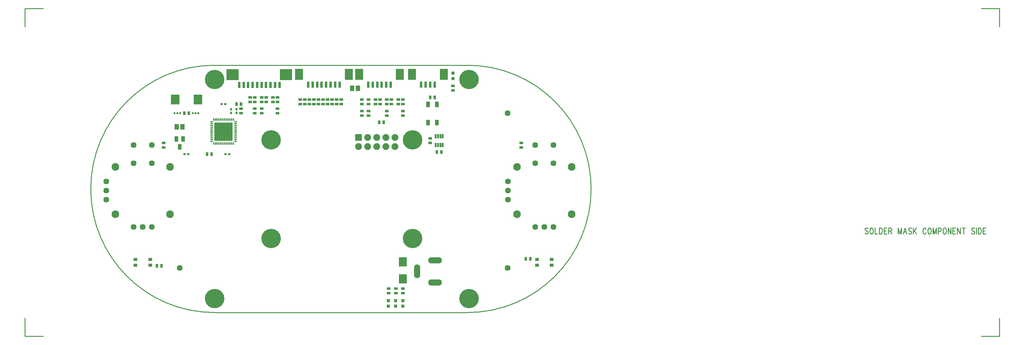
<source format=gbr>
*
*
G04 PADS 9.4.1 Build Number: 494907 generated Gerber (RS-274-X) file*
G04 PC Version=2.1*
*
%IN "JOG.pcb"*%
*
%MOIN*%
*
%FSLAX35Y35*%
*
*
*
*
G04 PC Standard Apertures*
*
*
G04 Thermal Relief Aperture macro.*
%AMTER*
1,1,$1,0,0*
1,0,$1-$2,0,0*
21,0,$3,$4,0,0,45*
21,0,$3,$4,0,0,135*
%
*
*
G04 Annular Aperture macro.*
%AMANN*
1,1,$1,0,0*
1,0,$2,0,0*
%
*
*
G04 Odd Aperture macro.*
%AMODD*
1,1,$1,0,0*
1,0,$1-0.005,0,0*
%
*
*
G04 PC Custom Aperture Macros*
*
*
*
*
*
*
G04 PC Aperture Table*
*
%ADD010C,0.001*%
%ADD012C,0.01*%
%ADD065R,0.03894X0.02794*%
%ADD066R,0.02794X0.03894*%
%ADD067R,0.09794X0.10594*%
%ADD068R,0.04724X0.06102*%
%ADD069R,0.04331X0.05906*%
%ADD070R,0.08976X0.10315*%
%ADD071R,0.03594X0.03594*%
%ADD072R,0.04331X0.06299*%
%ADD073C,0.06394*%
%ADD074C,0.08394*%
%ADD075R,0.0315X0.06693*%
%ADD076R,0.08661X0.12205*%
%ADD077R,0.1378X0.12205*%
%ADD078O,0.15354X0.06693*%
%ADD079O,0.06693X0.15354*%
%ADD080R,0.02894X0.02394*%
%ADD081R,0.02394X0.02894*%
%ADD082R,0.04331X0.03543*%
%ADD083R,0.0748X0.0748*%
%ADD084C,0.0748*%
%ADD085C,0.2126*%
%ADD086R,0.0315X0.01575*%
%ADD087R,0.01575X0.0315*%
%ADD088R,0.20472X0.20472*%
%ADD089R,0.02165X0.04528*%
%ADD090R,0.02394X0.02394*%
*
*
*
*
G04 PC Circuitry*
G04 Layer Name JOG.pcb - circuitry*
%LPD*%
*
*
G04 PC Custom Flashes*
G04 Layer Name JOG.pcb - flashes*
%LPD*%
*
*
G04 PC Circuitry*
G04 Layer Name JOG.pcb - circuitry*
%LPD*%
*
G54D10*
G54D12*
G01X2390682Y1538125D02*
X2390227Y1538750D01*
X2389545Y1539063*
X2389545D02*
X2388636D01*
X2388636D02*
X2387955Y1538750D01*
X2387500Y1538125*
Y1537500*
X2387727Y1536875*
X2387955Y1536563*
X2387955D02*
X2388409Y1536250D01*
X2389773Y1535625*
X2390227Y1535313*
X2390227D02*
X2390455Y1535000D01*
X2390682Y1534375*
Y1533438*
X2390682D02*
X2390227Y1532813D01*
X2390227D02*
X2389545Y1532500D01*
X2388636*
X2387955Y1532813*
X2387955D02*
X2387500Y1533438D01*
X2394091Y1539063D02*
X2393636Y1538750D01*
X2393182Y1538125*
X2392955Y1537500*
X2392727Y1536563*
X2392727D02*
Y1535000D01*
X2392955Y1534063*
X2392955D02*
X2393182Y1533438D01*
X2393182D02*
X2393636Y1532813D01*
X2393636D02*
X2394091Y1532500D01*
X2395000*
X2395455Y1532813*
X2395455D02*
X2395909Y1533438D01*
X2395909D02*
X2396136Y1534063D01*
X2396136D02*
X2396364Y1535000D01*
Y1536563*
X2396364D02*
X2396136Y1537500D01*
X2395909Y1538125*
X2395455Y1538750*
X2395000Y1539063*
X2395000D02*
X2394091D01*
X2398409D02*
Y1532500D01*
X2401136*
X2403182Y1539063D02*
Y1532500D01*
Y1539063D02*
X2404773D01*
X2404773D02*
X2405455Y1538750D01*
X2405909Y1538125*
X2406136Y1537500*
X2406364Y1536563*
X2406364D02*
Y1535000D01*
X2406136Y1534063*
X2406136D02*
X2405909Y1533438D01*
X2405909D02*
X2405455Y1532813D01*
X2405455D02*
X2404773Y1532500D01*
X2403182*
X2408409Y1539063D02*
Y1532500D01*
Y1539063D02*
X2411364D01*
X2408409Y1535938D02*
X2410227D01*
X2408409Y1532500D02*
X2411364D01*
X2413409Y1539063D02*
Y1532500D01*
Y1539063D02*
X2415455D01*
X2415455D02*
X2416136Y1538750D01*
X2416364Y1538438*
X2416364D02*
X2416591Y1537813D01*
X2416591D02*
Y1537188D01*
X2416591D02*
X2416364Y1536563D01*
X2416364D02*
X2416136Y1536250D01*
X2415455Y1535938*
X2415455D02*
X2413409D01*
X2415000D02*
X2416591Y1532500D01*
X2423864Y1539063D02*
Y1532500D01*
Y1539063D02*
X2425682Y1532500D01*
X2427500Y1539063D02*
X2425682Y1532500D01*
X2427500Y1539063D02*
Y1532500D01*
X2431364Y1539063D02*
X2429545Y1532500D01*
X2431364Y1539063D02*
X2433182Y1532500D01*
X2430227Y1534688D02*
X2432500D01*
X2438409Y1538125D02*
X2437955Y1538750D01*
X2437273Y1539063*
X2437273D02*
X2436364D01*
X2436364D02*
X2435682Y1538750D01*
X2435227Y1538125*
Y1537500*
X2435455Y1536875*
X2435682Y1536563*
X2435682D02*
X2436136Y1536250D01*
X2437500Y1535625*
X2437955Y1535313*
X2437955D02*
X2438182Y1535000D01*
X2438409Y1534375*
Y1533438*
X2438409D02*
X2437955Y1532813D01*
X2437955D02*
X2437273Y1532500D01*
X2436364*
X2435682Y1532813*
X2435682D02*
X2435227Y1533438D01*
X2440455Y1539063D02*
Y1532500D01*
X2443636Y1539063D02*
X2440455Y1534688D01*
X2441591Y1536250D02*
X2443636Y1532500D01*
X2454318Y1537500D02*
X2454091Y1538125D01*
X2453636Y1538750*
X2453182Y1539063*
X2453182D02*
X2452273D01*
X2452273D02*
X2451818Y1538750D01*
X2451364Y1538125*
X2451136Y1537500*
X2450909Y1536563*
X2450909D02*
Y1535000D01*
X2451136Y1534063*
X2451136D02*
X2451364Y1533438D01*
X2451364D02*
X2451818Y1532813D01*
X2451818D02*
X2452273Y1532500D01*
X2453182*
X2453636Y1532813*
X2453636D02*
X2454091Y1533438D01*
X2454091D02*
X2454318Y1534063D01*
X2457727Y1539063D02*
X2457273Y1538750D01*
X2456818Y1538125*
X2456591Y1537500*
X2456364Y1536563*
X2456364D02*
Y1535000D01*
X2456591Y1534063*
X2456591D02*
X2456818Y1533438D01*
X2456818D02*
X2457273Y1532813D01*
X2457273D02*
X2457727Y1532500D01*
X2458636*
X2459091Y1532813*
X2459091D02*
X2459545Y1533438D01*
X2459545D02*
X2459773Y1534063D01*
X2459773D02*
X2460000Y1535000D01*
Y1536563*
X2460000D02*
X2459773Y1537500D01*
X2459545Y1538125*
X2459091Y1538750*
X2458636Y1539063*
X2458636D02*
X2457727D01*
X2462045D02*
Y1532500D01*
Y1539063D02*
X2463864Y1532500D01*
X2465682Y1539063D02*
X2463864Y1532500D01*
X2465682Y1539063D02*
Y1532500D01*
X2467727Y1539063D02*
Y1532500D01*
Y1539063D02*
X2469773D01*
X2469773D02*
X2470455Y1538750D01*
X2470682Y1538438*
X2470682D02*
X2470909Y1537813D01*
X2470909D02*
Y1536875D01*
X2470682Y1536250*
X2470455Y1535938*
X2470455D02*
X2469773Y1535625D01*
X2467727*
X2474318Y1539063D02*
X2473864Y1538750D01*
X2473409Y1538125*
X2473182Y1537500*
X2472955Y1536563*
X2472955D02*
Y1535000D01*
X2473182Y1534063*
X2473182D02*
X2473409Y1533438D01*
X2473409D02*
X2473864Y1532813D01*
X2473864D02*
X2474318Y1532500D01*
X2475227*
X2475682Y1532813*
X2475682D02*
X2476136Y1533438D01*
X2476136D02*
X2476364Y1534063D01*
X2476364D02*
X2476591Y1535000D01*
Y1536563*
X2476591D02*
X2476364Y1537500D01*
X2476136Y1538125*
X2475682Y1538750*
X2475227Y1539063*
X2475227D02*
X2474318D01*
X2478636D02*
Y1532500D01*
Y1539063D02*
X2481818Y1532500D01*
Y1539063D02*
Y1532500D01*
X2483864Y1539063D02*
Y1532500D01*
Y1539063D02*
X2486818D01*
X2483864Y1535938D02*
X2485682D01*
X2483864Y1532500D02*
X2486818D01*
X2488864Y1539063D02*
Y1532500D01*
Y1539063D02*
X2492045Y1532500D01*
Y1539063D02*
Y1532500D01*
X2495682Y1539063D02*
Y1532500D01*
X2494091Y1539063D02*
X2497273D01*
X2507727Y1538125D02*
X2507273Y1538750D01*
X2506591Y1539063*
X2506591D02*
X2505682D01*
X2505682D02*
X2505000Y1538750D01*
X2504545Y1538125*
Y1537500*
X2504773Y1536875*
X2505000Y1536563*
X2505000D02*
X2505455Y1536250D01*
X2506818Y1535625*
X2507273Y1535313*
X2507273D02*
X2507500Y1535000D01*
X2507727Y1534375*
Y1533438*
X2507727D02*
X2507273Y1532813D01*
X2507273D02*
X2506591Y1532500D01*
X2505682*
X2505000Y1532813*
X2505000D02*
X2504545Y1533438D01*
X2509773Y1539063D02*
Y1532500D01*
X2511818Y1539063D02*
Y1532500D01*
Y1539063D02*
X2513409D01*
X2513409D02*
X2514091Y1538750D01*
X2514545Y1538125*
X2514773Y1537500*
X2515000Y1536563*
X2515000D02*
Y1535000D01*
X2514773Y1534063*
X2514773D02*
X2514545Y1533438D01*
X2514545D02*
X2514091Y1532813D01*
X2514091D02*
X2513409Y1532500D01*
X2511818*
X2517045Y1539063D02*
Y1532500D01*
Y1539063D02*
X2520000D01*
X2517045Y1535938D02*
X2518864D01*
X2517045Y1532500D02*
X2520000D01*
X1673001Y1446142D02*
X1950955D01*
G75*
G03Y1717795I0J135827D01*
G01X1673001*
X1672971D02*
G03Y1446142I237J-135826D01*
G01X1465000Y1440000D02*
Y1420000D01*
X1485000*
Y1780000D02*
X1465000D01*
Y1760000*
X2535000D02*
Y1780000D01*
X2515000*
Y1420000D02*
X2535000D01*
Y1440000*
G54D65*
X1742500Y1665020D03*
Y1669980D03*
X1702500Y1665020D03*
Y1669980D03*
X1725000Y1665020D03*
Y1669980D03*
X1717500Y1665020D03*
Y1669980D03*
X1880000Y1662520D03*
Y1667480D03*
X1862500Y1662520D03*
Y1667480D03*
X1797500Y1675020D03*
Y1679980D03*
X1807500Y1675020D03*
Y1679980D03*
X1772500Y1675020D03*
Y1679980D03*
X1712500Y1677520D03*
Y1682480D03*
X1717500D03*
Y1677520D03*
X1767500Y1675020D03*
Y1679980D03*
X1792500Y1675020D03*
Y1679980D03*
X1787500Y1675020D03*
Y1679980D03*
X1875000Y1675020D03*
Y1679980D03*
X1880000D03*
Y1675020D03*
X1737500Y1677520D03*
Y1682480D03*
X1867500Y1675020D03*
Y1679980D03*
X1862500D03*
Y1675020D03*
X1855000D03*
Y1679980D03*
X1835000D03*
Y1675020D03*
X1850000Y1679980D03*
Y1675020D03*
X1842500Y1679980D03*
Y1675020D03*
X1835000Y1667480D03*
Y1662520D03*
X1802500Y1675020D03*
Y1679980D03*
X1842500Y1667480D03*
Y1662520D03*
X1910000Y1632520D03*
Y1637480D03*
X1742500Y1682480D03*
Y1677520D03*
X1617500Y1632480D03*
Y1627520D03*
X2010000Y1632480D03*
Y1627520D03*
X1880000Y1472480D03*
Y1467520D03*
X1872500Y1472480D03*
Y1467520D03*
X1864500Y1472480D03*
Y1467520D03*
X1935000Y1690020D03*
Y1694980D03*
X1777500Y1675020D03*
Y1679980D03*
X1782500Y1675020D03*
Y1679980D03*
X1730000Y1677520D03*
Y1682480D03*
X1725000D03*
Y1677520D03*
X1812500Y1675020D03*
Y1679980D03*
G54D66*
X1917520Y1622500D03*
X1922480D03*
X1640020Y1665000D03*
X1644980D03*
X1665020Y1620000D03*
X1669980D03*
X1697520Y1675000D03*
X1702480D03*
X1910020Y1682500D03*
X1914980D03*
X1614980Y1497500D03*
X1610020D03*
X2015020Y1505000D03*
X2019980D03*
X1854020Y1655000D03*
X1858980D03*
G54D67*
X1630000Y1680000D03*
X1655000D03*
G54D68*
X1638150Y1650000D03*
X1631850D03*
X1830650Y1692500D03*
X1824350D03*
G54D69*
X1638740Y1636831D03*
X1631260D03*
X1635000Y1628169D03*
G54D70*
X1880000Y1501711D03*
Y1483289D03*
G54D71*
X1879961Y1452984D03*
Y1458984D03*
X1872087Y1452984D03*
Y1458984D03*
X1864213Y1452984D03*
Y1458984D03*
X1935079Y1708984D03*
Y1702984D03*
G54D72*
X1917421Y1654961D03*
X1907579D03*
Y1674646D03*
X1917421D03*
G54D73*
X1554528Y1590000D03*
Y1580000D03*
Y1570000D03*
X1584528Y1540000D03*
X1594528D03*
X1604528D03*
X1584528Y1610000D03*
X1604528D03*
Y1630000D03*
X1584528D03*
X1995472Y1590000D03*
Y1580000D03*
Y1570000D03*
X2025472Y1540000D03*
X2035472D03*
X2045472D03*
X2025472Y1610000D03*
X2045472D03*
Y1630000D03*
X2025472D03*
X1995000Y1665000D03*
X1635000Y1495000D03*
X1995000D03*
G54D74*
X1564528Y1606000D03*
X1624528D03*
Y1554000D03*
X1564528D03*
X2005472Y1606000D03*
X2065472D03*
Y1554000D03*
X2005472D03*
G54D75*
X1810571Y1696535D03*
X1805650D03*
X1800728D03*
X1795807D03*
X1790886D03*
X1785965D03*
X1781043D03*
X1776122D03*
X1744626Y1696142D03*
X1739705D03*
X1734783D03*
X1729862D03*
X1724941D03*
X1720020D03*
X1715098D03*
X1710177D03*
X1705256D03*
X1700335D03*
X1866673Y1696535D03*
X1861752D03*
X1856831D03*
X1851909D03*
X1846988D03*
X1842067D03*
X1914902D03*
X1909980D03*
X1905059D03*
X1900138D03*
G54D76*
X1820610Y1707953D03*
X1766083D03*
X1876713D03*
X1832028D03*
X1924941D03*
X1890098D03*
G54D77*
X1751811Y1707559D03*
X1693150D03*
G54D78*
X1915394Y1503622D03*
Y1479213D03*
G54D79*
X1895709Y1491417D03*
G54D80*
X1640531Y1620000D03*
X1644469D03*
X1685531D03*
X1689469D03*
X1681031Y1675000D03*
X1684969D03*
G54D81*
X1691500Y1669469D03*
Y1665531D03*
X1697500Y1669469D03*
Y1665531D03*
G54D82*
X1586457Y1498110D03*
Y1504409D03*
X1602598Y1498110D03*
Y1504409D03*
X2043543D03*
Y1498110D03*
X2027402Y1504409D03*
Y1498110D03*
G54D83*
X1831339Y1638465D03*
G54D84*
Y1628465D03*
X1841339Y1638465D03*
Y1628465D03*
X1851339Y1638465D03*
Y1628465D03*
X1861339Y1638465D03*
Y1628465D03*
X1871339Y1638465D03*
Y1628465D03*
G54D85*
X1735276Y1527638D03*
Y1635906D03*
X1890787D03*
Y1527638D03*
X1673268Y1702047D03*
Y1461496D03*
X1952795Y1702047D03*
Y1461496D03*
G54D86*
X1696299Y1634134D03*
Y1636102D03*
Y1638071D03*
Y1640039D03*
Y1642008D03*
Y1643976D03*
Y1645945D03*
Y1647913D03*
Y1649882D03*
Y1651850D03*
Y1653819D03*
Y1655787D03*
X1669921D03*
Y1653819D03*
Y1651850D03*
Y1649882D03*
Y1647913D03*
Y1645945D03*
Y1643976D03*
Y1642008D03*
Y1640039D03*
Y1638071D03*
Y1636102D03*
Y1634134D03*
G54D87*
X1693937Y1658150D03*
X1691969D03*
X1690000D03*
X1688031D03*
X1686063D03*
X1684094D03*
X1682126D03*
X1680157D03*
X1678189D03*
X1676220D03*
X1674252D03*
X1672283D03*
Y1631772D03*
X1674252D03*
X1676220D03*
X1678189D03*
X1680157D03*
X1682126D03*
X1684094D03*
X1686063D03*
X1688031D03*
X1690000D03*
X1691969D03*
X1693937D03*
G54D88*
X1683110Y1644961D03*
G54D89*
X1916161Y1630177D03*
X1918720D03*
X1921280D03*
X1923839D03*
Y1639823D03*
X1921280D03*
X1918720D03*
X1916161D03*
G54D90*
X1629500Y1665000D03*
X1632500D03*
X1635500D03*
X1655500D03*
X1652500D03*
X1649500D03*
G74*
X0Y0D02*
M02*

</source>
